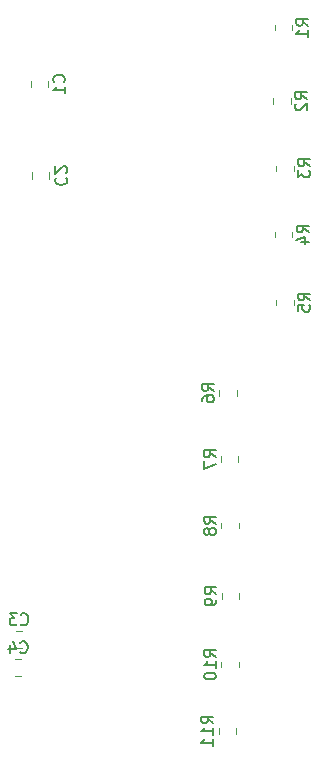
<source format=gbr>
%TF.GenerationSoftware,KiCad,Pcbnew,(5.1.12)-1*%
%TF.CreationDate,2024-09-26T07:51:33+09:00*%
%TF.ProjectId,imu_led_connect,696d755f-6c65-4645-9f63-6f6e6e656374,rev?*%
%TF.SameCoordinates,Original*%
%TF.FileFunction,Legend,Bot*%
%TF.FilePolarity,Positive*%
%FSLAX46Y46*%
G04 Gerber Fmt 4.6, Leading zero omitted, Abs format (unit mm)*
G04 Created by KiCad (PCBNEW (5.1.12)-1) date 2024-09-26 07:51:33*
%MOMM*%
%LPD*%
G01*
G04 APERTURE LIST*
%ADD10C,0.120000*%
%ADD11C,0.150000*%
G04 APERTURE END LIST*
D10*
%TO.C,R11*%
X71985000Y-129572936D02*
X71985000Y-130027064D01*
X70515000Y-129572936D02*
X70515000Y-130027064D01*
%TO.C,R10*%
X72210000Y-123947936D02*
X72210000Y-124402064D01*
X70740000Y-123947936D02*
X70740000Y-124402064D01*
%TO.C,R9*%
X72260000Y-118147936D02*
X72260000Y-118602064D01*
X70790000Y-118147936D02*
X70790000Y-118602064D01*
%TO.C,R8*%
X72210000Y-112172936D02*
X72210000Y-112627064D01*
X70740000Y-112172936D02*
X70740000Y-112627064D01*
%TO.C,R7*%
X72185000Y-106547936D02*
X72185000Y-107002064D01*
X70715000Y-106547936D02*
X70715000Y-107002064D01*
%TO.C,R6*%
X72035000Y-100947936D02*
X72035000Y-101402064D01*
X70565000Y-100947936D02*
X70565000Y-101402064D01*
%TO.C,R5*%
X75390000Y-93727064D02*
X75390000Y-93272936D01*
X76860000Y-93727064D02*
X76860000Y-93272936D01*
%TO.C,R4*%
X75290000Y-87977064D02*
X75290000Y-87522936D01*
X76760000Y-87977064D02*
X76760000Y-87522936D01*
%TO.C,R3*%
X75390000Y-82377064D02*
X75390000Y-81922936D01*
X76860000Y-82377064D02*
X76860000Y-81922936D01*
%TO.C,R2*%
X75140000Y-76702064D02*
X75140000Y-76247936D01*
X76610000Y-76702064D02*
X76610000Y-76247936D01*
%TO.C,R1*%
X75265000Y-70477064D02*
X75265000Y-70022936D01*
X76735000Y-70477064D02*
X76735000Y-70022936D01*
%TO.C,C4*%
X53811252Y-125185000D02*
X53288748Y-125185000D01*
X53811252Y-123715000D02*
X53288748Y-123715000D01*
%TO.C,C3*%
X53861252Y-122810000D02*
X53338748Y-122810000D01*
X53861252Y-121340000D02*
X53338748Y-121340000D01*
%TO.C,C2*%
X54715000Y-83036252D02*
X54715000Y-82513748D01*
X56185000Y-83036252D02*
X56185000Y-82513748D01*
%TO.C,C1*%
X54615000Y-75298752D02*
X54615000Y-74776248D01*
X56085000Y-75298752D02*
X56085000Y-74776248D01*
%TO.C,R11*%
D11*
X70052380Y-129157142D02*
X69576190Y-128823809D01*
X70052380Y-128585714D02*
X69052380Y-128585714D01*
X69052380Y-128966666D01*
X69100000Y-129061904D01*
X69147619Y-129109523D01*
X69242857Y-129157142D01*
X69385714Y-129157142D01*
X69480952Y-129109523D01*
X69528571Y-129061904D01*
X69576190Y-128966666D01*
X69576190Y-128585714D01*
X70052380Y-130109523D02*
X70052380Y-129538095D01*
X70052380Y-129823809D02*
X69052380Y-129823809D01*
X69195238Y-129728571D01*
X69290476Y-129633333D01*
X69338095Y-129538095D01*
X70052380Y-131061904D02*
X70052380Y-130490476D01*
X70052380Y-130776190D02*
X69052380Y-130776190D01*
X69195238Y-130680952D01*
X69290476Y-130585714D01*
X69338095Y-130490476D01*
%TO.C,R10*%
X70277380Y-123532142D02*
X69801190Y-123198809D01*
X70277380Y-122960714D02*
X69277380Y-122960714D01*
X69277380Y-123341666D01*
X69325000Y-123436904D01*
X69372619Y-123484523D01*
X69467857Y-123532142D01*
X69610714Y-123532142D01*
X69705952Y-123484523D01*
X69753571Y-123436904D01*
X69801190Y-123341666D01*
X69801190Y-122960714D01*
X70277380Y-124484523D02*
X70277380Y-123913095D01*
X70277380Y-124198809D02*
X69277380Y-124198809D01*
X69420238Y-124103571D01*
X69515476Y-124008333D01*
X69563095Y-123913095D01*
X69277380Y-125103571D02*
X69277380Y-125198809D01*
X69325000Y-125294047D01*
X69372619Y-125341666D01*
X69467857Y-125389285D01*
X69658333Y-125436904D01*
X69896428Y-125436904D01*
X70086904Y-125389285D01*
X70182142Y-125341666D01*
X70229761Y-125294047D01*
X70277380Y-125198809D01*
X70277380Y-125103571D01*
X70229761Y-125008333D01*
X70182142Y-124960714D01*
X70086904Y-124913095D01*
X69896428Y-124865476D01*
X69658333Y-124865476D01*
X69467857Y-124913095D01*
X69372619Y-124960714D01*
X69325000Y-125008333D01*
X69277380Y-125103571D01*
%TO.C,R9*%
X70327380Y-118208333D02*
X69851190Y-117875000D01*
X70327380Y-117636904D02*
X69327380Y-117636904D01*
X69327380Y-118017857D01*
X69375000Y-118113095D01*
X69422619Y-118160714D01*
X69517857Y-118208333D01*
X69660714Y-118208333D01*
X69755952Y-118160714D01*
X69803571Y-118113095D01*
X69851190Y-118017857D01*
X69851190Y-117636904D01*
X70327380Y-118684523D02*
X70327380Y-118875000D01*
X70279761Y-118970238D01*
X70232142Y-119017857D01*
X70089285Y-119113095D01*
X69898809Y-119160714D01*
X69517857Y-119160714D01*
X69422619Y-119113095D01*
X69375000Y-119065476D01*
X69327380Y-118970238D01*
X69327380Y-118779761D01*
X69375000Y-118684523D01*
X69422619Y-118636904D01*
X69517857Y-118589285D01*
X69755952Y-118589285D01*
X69851190Y-118636904D01*
X69898809Y-118684523D01*
X69946428Y-118779761D01*
X69946428Y-118970238D01*
X69898809Y-119065476D01*
X69851190Y-119113095D01*
X69755952Y-119160714D01*
%TO.C,R8*%
X70277380Y-112233333D02*
X69801190Y-111900000D01*
X70277380Y-111661904D02*
X69277380Y-111661904D01*
X69277380Y-112042857D01*
X69325000Y-112138095D01*
X69372619Y-112185714D01*
X69467857Y-112233333D01*
X69610714Y-112233333D01*
X69705952Y-112185714D01*
X69753571Y-112138095D01*
X69801190Y-112042857D01*
X69801190Y-111661904D01*
X69705952Y-112804761D02*
X69658333Y-112709523D01*
X69610714Y-112661904D01*
X69515476Y-112614285D01*
X69467857Y-112614285D01*
X69372619Y-112661904D01*
X69325000Y-112709523D01*
X69277380Y-112804761D01*
X69277380Y-112995238D01*
X69325000Y-113090476D01*
X69372619Y-113138095D01*
X69467857Y-113185714D01*
X69515476Y-113185714D01*
X69610714Y-113138095D01*
X69658333Y-113090476D01*
X69705952Y-112995238D01*
X69705952Y-112804761D01*
X69753571Y-112709523D01*
X69801190Y-112661904D01*
X69896428Y-112614285D01*
X70086904Y-112614285D01*
X70182142Y-112661904D01*
X70229761Y-112709523D01*
X70277380Y-112804761D01*
X70277380Y-112995238D01*
X70229761Y-113090476D01*
X70182142Y-113138095D01*
X70086904Y-113185714D01*
X69896428Y-113185714D01*
X69801190Y-113138095D01*
X69753571Y-113090476D01*
X69705952Y-112995238D01*
%TO.C,R7*%
X70252380Y-106608333D02*
X69776190Y-106275000D01*
X70252380Y-106036904D02*
X69252380Y-106036904D01*
X69252380Y-106417857D01*
X69300000Y-106513095D01*
X69347619Y-106560714D01*
X69442857Y-106608333D01*
X69585714Y-106608333D01*
X69680952Y-106560714D01*
X69728571Y-106513095D01*
X69776190Y-106417857D01*
X69776190Y-106036904D01*
X69252380Y-106941666D02*
X69252380Y-107608333D01*
X70252380Y-107179761D01*
%TO.C,R6*%
X70102380Y-101008333D02*
X69626190Y-100675000D01*
X70102380Y-100436904D02*
X69102380Y-100436904D01*
X69102380Y-100817857D01*
X69150000Y-100913095D01*
X69197619Y-100960714D01*
X69292857Y-101008333D01*
X69435714Y-101008333D01*
X69530952Y-100960714D01*
X69578571Y-100913095D01*
X69626190Y-100817857D01*
X69626190Y-100436904D01*
X69102380Y-101865476D02*
X69102380Y-101675000D01*
X69150000Y-101579761D01*
X69197619Y-101532142D01*
X69340476Y-101436904D01*
X69530952Y-101389285D01*
X69911904Y-101389285D01*
X70007142Y-101436904D01*
X70054761Y-101484523D01*
X70102380Y-101579761D01*
X70102380Y-101770238D01*
X70054761Y-101865476D01*
X70007142Y-101913095D01*
X69911904Y-101960714D01*
X69673809Y-101960714D01*
X69578571Y-101913095D01*
X69530952Y-101865476D01*
X69483333Y-101770238D01*
X69483333Y-101579761D01*
X69530952Y-101484523D01*
X69578571Y-101436904D01*
X69673809Y-101389285D01*
%TO.C,R5*%
X78227380Y-93333333D02*
X77751190Y-93000000D01*
X78227380Y-92761904D02*
X77227380Y-92761904D01*
X77227380Y-93142857D01*
X77275000Y-93238095D01*
X77322619Y-93285714D01*
X77417857Y-93333333D01*
X77560714Y-93333333D01*
X77655952Y-93285714D01*
X77703571Y-93238095D01*
X77751190Y-93142857D01*
X77751190Y-92761904D01*
X77227380Y-94238095D02*
X77227380Y-93761904D01*
X77703571Y-93714285D01*
X77655952Y-93761904D01*
X77608333Y-93857142D01*
X77608333Y-94095238D01*
X77655952Y-94190476D01*
X77703571Y-94238095D01*
X77798809Y-94285714D01*
X78036904Y-94285714D01*
X78132142Y-94238095D01*
X78179761Y-94190476D01*
X78227380Y-94095238D01*
X78227380Y-93857142D01*
X78179761Y-93761904D01*
X78132142Y-93714285D01*
%TO.C,R4*%
X78127380Y-87583333D02*
X77651190Y-87250000D01*
X78127380Y-87011904D02*
X77127380Y-87011904D01*
X77127380Y-87392857D01*
X77175000Y-87488095D01*
X77222619Y-87535714D01*
X77317857Y-87583333D01*
X77460714Y-87583333D01*
X77555952Y-87535714D01*
X77603571Y-87488095D01*
X77651190Y-87392857D01*
X77651190Y-87011904D01*
X77460714Y-88440476D02*
X78127380Y-88440476D01*
X77079761Y-88202380D02*
X77794047Y-87964285D01*
X77794047Y-88583333D01*
%TO.C,R3*%
X78227380Y-81983333D02*
X77751190Y-81650000D01*
X78227380Y-81411904D02*
X77227380Y-81411904D01*
X77227380Y-81792857D01*
X77275000Y-81888095D01*
X77322619Y-81935714D01*
X77417857Y-81983333D01*
X77560714Y-81983333D01*
X77655952Y-81935714D01*
X77703571Y-81888095D01*
X77751190Y-81792857D01*
X77751190Y-81411904D01*
X77227380Y-82316666D02*
X77227380Y-82935714D01*
X77608333Y-82602380D01*
X77608333Y-82745238D01*
X77655952Y-82840476D01*
X77703571Y-82888095D01*
X77798809Y-82935714D01*
X78036904Y-82935714D01*
X78132142Y-82888095D01*
X78179761Y-82840476D01*
X78227380Y-82745238D01*
X78227380Y-82459523D01*
X78179761Y-82364285D01*
X78132142Y-82316666D01*
%TO.C,R2*%
X77977380Y-76308333D02*
X77501190Y-75975000D01*
X77977380Y-75736904D02*
X76977380Y-75736904D01*
X76977380Y-76117857D01*
X77025000Y-76213095D01*
X77072619Y-76260714D01*
X77167857Y-76308333D01*
X77310714Y-76308333D01*
X77405952Y-76260714D01*
X77453571Y-76213095D01*
X77501190Y-76117857D01*
X77501190Y-75736904D01*
X77072619Y-76689285D02*
X77025000Y-76736904D01*
X76977380Y-76832142D01*
X76977380Y-77070238D01*
X77025000Y-77165476D01*
X77072619Y-77213095D01*
X77167857Y-77260714D01*
X77263095Y-77260714D01*
X77405952Y-77213095D01*
X77977380Y-76641666D01*
X77977380Y-77260714D01*
%TO.C,R1*%
X78102380Y-70083333D02*
X77626190Y-69750000D01*
X78102380Y-69511904D02*
X77102380Y-69511904D01*
X77102380Y-69892857D01*
X77150000Y-69988095D01*
X77197619Y-70035714D01*
X77292857Y-70083333D01*
X77435714Y-70083333D01*
X77530952Y-70035714D01*
X77578571Y-69988095D01*
X77626190Y-69892857D01*
X77626190Y-69511904D01*
X78102380Y-71035714D02*
X78102380Y-70464285D01*
X78102380Y-70750000D02*
X77102380Y-70750000D01*
X77245238Y-70654761D01*
X77340476Y-70559523D01*
X77388095Y-70464285D01*
%TO.C,C4*%
X53716666Y-123127142D02*
X53764285Y-123174761D01*
X53907142Y-123222380D01*
X54002380Y-123222380D01*
X54145238Y-123174761D01*
X54240476Y-123079523D01*
X54288095Y-122984285D01*
X54335714Y-122793809D01*
X54335714Y-122650952D01*
X54288095Y-122460476D01*
X54240476Y-122365238D01*
X54145238Y-122270000D01*
X54002380Y-122222380D01*
X53907142Y-122222380D01*
X53764285Y-122270000D01*
X53716666Y-122317619D01*
X52859523Y-122555714D02*
X52859523Y-123222380D01*
X53097619Y-122174761D02*
X53335714Y-122889047D01*
X52716666Y-122889047D01*
%TO.C,C3*%
X53766666Y-120752142D02*
X53814285Y-120799761D01*
X53957142Y-120847380D01*
X54052380Y-120847380D01*
X54195238Y-120799761D01*
X54290476Y-120704523D01*
X54338095Y-120609285D01*
X54385714Y-120418809D01*
X54385714Y-120275952D01*
X54338095Y-120085476D01*
X54290476Y-119990238D01*
X54195238Y-119895000D01*
X54052380Y-119847380D01*
X53957142Y-119847380D01*
X53814285Y-119895000D01*
X53766666Y-119942619D01*
X53433333Y-119847380D02*
X52814285Y-119847380D01*
X53147619Y-120228333D01*
X53004761Y-120228333D01*
X52909523Y-120275952D01*
X52861904Y-120323571D01*
X52814285Y-120418809D01*
X52814285Y-120656904D01*
X52861904Y-120752142D01*
X52909523Y-120799761D01*
X53004761Y-120847380D01*
X53290476Y-120847380D01*
X53385714Y-120799761D01*
X53433333Y-120752142D01*
%TO.C,C2*%
X56772857Y-82941666D02*
X56725238Y-82989285D01*
X56677619Y-83132142D01*
X56677619Y-83227380D01*
X56725238Y-83370238D01*
X56820476Y-83465476D01*
X56915714Y-83513095D01*
X57106190Y-83560714D01*
X57249047Y-83560714D01*
X57439523Y-83513095D01*
X57534761Y-83465476D01*
X57630000Y-83370238D01*
X57677619Y-83227380D01*
X57677619Y-83132142D01*
X57630000Y-82989285D01*
X57582380Y-82941666D01*
X57582380Y-82560714D02*
X57630000Y-82513095D01*
X57677619Y-82417857D01*
X57677619Y-82179761D01*
X57630000Y-82084523D01*
X57582380Y-82036904D01*
X57487142Y-81989285D01*
X57391904Y-81989285D01*
X57249047Y-82036904D01*
X56677619Y-82608333D01*
X56677619Y-81989285D01*
%TO.C,C1*%
X57387142Y-74870833D02*
X57434761Y-74823214D01*
X57482380Y-74680357D01*
X57482380Y-74585119D01*
X57434761Y-74442261D01*
X57339523Y-74347023D01*
X57244285Y-74299404D01*
X57053809Y-74251785D01*
X56910952Y-74251785D01*
X56720476Y-74299404D01*
X56625238Y-74347023D01*
X56530000Y-74442261D01*
X56482380Y-74585119D01*
X56482380Y-74680357D01*
X56530000Y-74823214D01*
X56577619Y-74870833D01*
X57482380Y-75823214D02*
X57482380Y-75251785D01*
X57482380Y-75537500D02*
X56482380Y-75537500D01*
X56625238Y-75442261D01*
X56720476Y-75347023D01*
X56768095Y-75251785D01*
%TD*%
M02*

</source>
